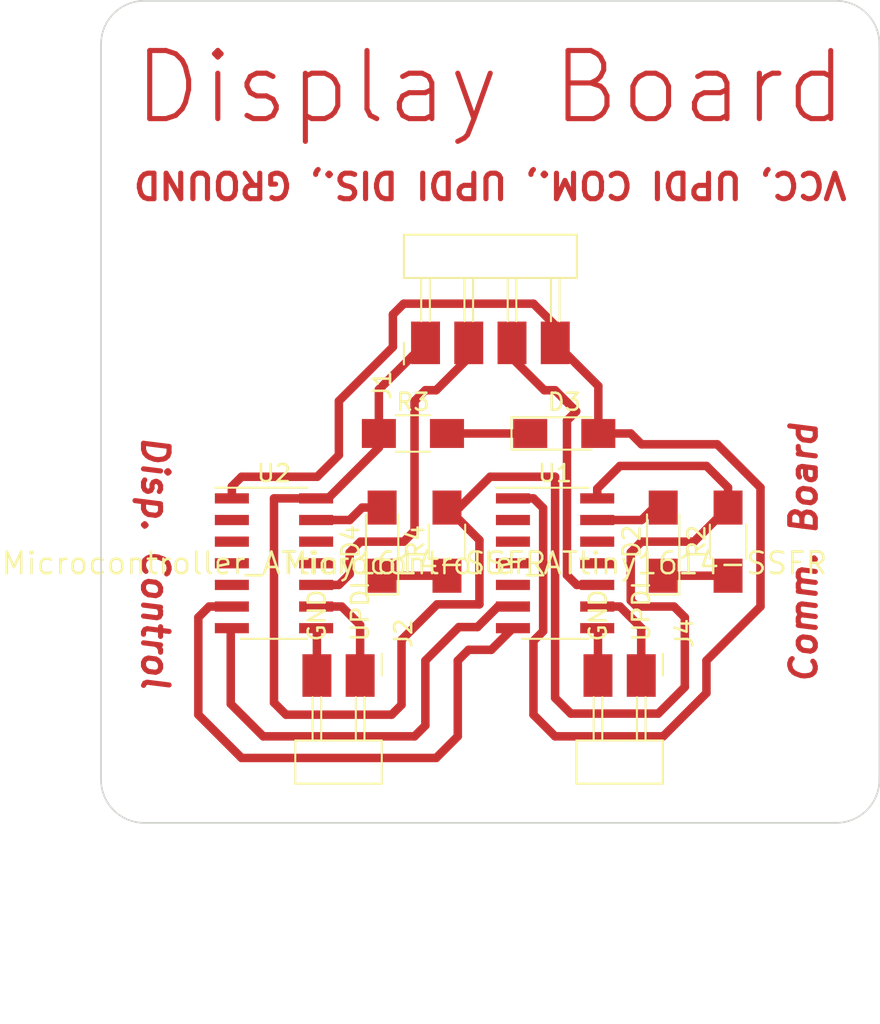
<source format=kicad_pcb>
(kicad_pcb (version 20211014) (generator pcbnew)
  (layers (0 "F.Cu" signal) (31 "B.Cu" signal) (34 "B.Paste" user) (35 "F.Paste" user) (36 "B.SilkS" user "B.Silkscreen") (37 "F.SilkS" user "F.Silkscreen") (38 "B.Mask" user) (39 "F.Mask" user) (44 "Edge.Cuts" user))
  (net 0 "")
  (net 1 "Net-(D3-Pad2)")
  (net 2 "Net-(D3-Pad1)")
  (net 3 "Net-(D4-Pad2)")
  (net 4 "Net-(D4-Pad1)")
  (net 5 "Net-(R2-Pad2)")
  (net 6 "Net-(U2-Pad10)")
  (net 11 "Net-(U1-Pad10)")
  (net 12 "Net-(J2-Pad1)")
  (net 15 "Net-(J2-Pad2)")
  (net 16 "Net-(D2-Pad2)")
  (net 17 "Net-(D2-Pad1)")
  (net 18 "Net-(U1-Pad6)")
  (net 19 "Net-(U1-Pad7)")
  (net 20 "Net-(J4-Pad1)")
  (net 27 "Net-(U1-Pad8)")
  (footprint "fab:SOIC-14_3.9x8.7mm_P1.27mm" (layer "F.Cu") (at 163.83 73.66)
    (fp_text reference "U1" (at 0 -5.28) (layer "F.SilkS"))
    (fp_text value "Microcontroller_ATtiny1614-SSFR" (at 0 0) (layer "F.SilkS") (effects (font (size 1.27 1.27))))
    (fp_line (start 0 -4.435) (end 1.95 -4.435) (layer "F.SilkS") (width 0.12))
    (fp_line (start 0 4.435) (end -1.95 4.435) (layer "F.SilkS") (width 0.12))
    (fp_line (start 0 4.435) (end 1.95 4.435) (layer "F.SilkS") (width 0.12))
    (fp_line (start 0 -4.435) (end -3.45 -4.435) (layer "F.SilkS") (width 0.12))
    (pad "1" smd rect (at -2.475 -3.81) (size 2 0.6) (layers "F.Cu" "F.Paste" "F.Mask") (net 1 "Net-(D3-Pad2)"))
    (pad "2" smd rect (at -2.475 -2.54) (size 2 0.6) (layers "F.Cu" "F.Paste" "F.Mask"))
    (pad "3" smd rect (at -2.475 -1.27) (size 2 0.6) (layers "F.Cu" "F.Paste" "F.Mask"))
    (pad "4" smd rect (at -2.475 0) (size 2 0.6) (layers "F.Cu" "F.Paste" "F.Mask"))
    (pad "5" smd rect (at -2.475 1.27) (size 2 0.6) (layers "F.Cu" "F.Paste" "F.Mask"))
    (pad "6" smd rect (at -2.475 2.54) (size 2 0.6) (layers "F.Cu" "F.Paste" "F.Mask") (net 18 "Net-(U1-Pad6)"))
    (pad "7" smd rect (at -2.475 3.81) (size 2 0.6) (layers "F.Cu" "F.Paste" "F.Mask") (net 19 "Net-(U1-Pad7)"))
    (pad "8" smd rect (at 2.475 3.81) (size 2 0.6) (layers "F.Cu" "F.Paste" "F.Mask") (net 27 "Net-(U1-Pad8)"))
    (pad "9" smd rect (at 2.475 2.54) (size 2 0.6) (layers "F.Cu" "F.Paste" "F.Mask") (net 20 "Net-(J4-Pad1)"))
    (pad "10" smd rect (at 2.475 1.27) (size 2 0.6) (layers "F.Cu" "F.Paste" "F.Mask") (net 11 "Net-(U1-Pad10)"))
    (pad "11" smd rect (at 2.475 0) (size 2 0.6) (layers "F.Cu" "F.Paste" "F.Mask"))
    (pad "12" smd rect (at 2.475 -1.27) (size 2 0.6) (layers "F.Cu" "F.Paste" "F.Mask"))
    (pad "13" smd rect (at 2.475 -2.54) (size 2 0.6) (layers "F.Cu" "F.Paste" "F.Mask") (net 16 "Net-(D2-Pad2)"))
    (pad "14" smd rect (at 2.475 -3.81) (size 2 0.6) (layers "F.Cu" "F.Paste" "F.Mask") (net 5 "Net-(R2-Pad2)"))
  )
  (footprint "fab:R_1206" (layer "F.Cu") (at 157.48 72.39 90)
    (fp_text reference "R4" (at 0 -1.85 90) (layer "F.SilkS"))
    (fp_text value "R")
    (fp_line (start -1 -1.07) (end 1 -1.07) (layer "F.SilkS") (width 0.12))
    (fp_line (start 1 1.07) (end -1 1.07) (layer "F.SilkS") (width 0.12))
    (pad "1" smd rect locked (at -2 0 90) (size 2 1.7) (layers "F.Cu" "F.Paste" "F.Mask") (net 4 "Net-(D4-Pad1)"))
    (pad "2" smd rect locked (at 2 0 90) (size 2 1.7) (layers "F.Cu" "F.Paste" "F.Mask") (net 5 "Net-(R2-Pad2)"))
  )
  (footprint "fab:PinHeader_UPDI_01x02_P2.54mm_Horizontal_SMD" (layer "F.Cu") (at 168.89 80.25 -90)
    (fp_text reference "J4" (at -1.524 -2.54 90) (layer "F.SilkS") (effects (justify left)))
    (fp_text value "Conn_PinHeader_1x02_P2.54mm_Horizontal_SMD")
    (fp_text user "UPDI" (at -1.905 0 90) (layer "F.SilkS") (effects (justify left)))
    (fp_text user "GND" (at -1.905 2.54 90) (layer "F.SilkS") (effects (justify left)))
    (fp_line (start 3.81 -1.27) (end 6.35 -1.27) (layer "F.SilkS") (width 0.12))
    (fp_line (start 6.35 -1.27) (end 6.35 3.81) (layer "F.SilkS") (width 0.12))
    (fp_line (start 6.35 3.81) (end 3.81 3.81) (layer "F.SilkS") (width 0.12))
    (fp_line (start -1.27 -1.27) (end 0 -1.27) (layer "F.SilkS") (width 0.12))
    (fp_line (start 3.81 2.286) (end 1.27 2.286) (layer "F.SilkS") (width 0.12))
    (fp_line (start 3.81 -0.254) (end 1.27 -0.254) (layer "F.SilkS") (width 0.12))
    (fp_line (start 3.81 0.254) (end 1.27 0.254) (layer "F.SilkS") (width 0.12))
    (fp_line (start 3.81 2.794) (end 1.27 2.794) (layer "F.SilkS") (width 0.12))
    (fp_line (start 3.81 3.81) (end 3.81 -1.27) (layer "F.SilkS") (width 0.12))
    (pad "1" smd rect locked (at 0 0 270) (size 2.5 1.7) (layers "F.Cu" "F.Paste" "F.Mask") (net 20 "Net-(J4-Pad1)"))
    (pad "2" smd rect locked (at 0 2.54 270) (size 2.5 1.7) (layers "F.Cu" "F.Paste" "F.Mask") (net 27 "Net-(U1-Pad8)"))
  )
  (footprint "fab:PinHeader_1x04_P2.54mm_Horizontal_SMD" (layer "F.Cu") (at 156.22 60.72 90)
    (fp_text reference "J1" (at -1.524 -2.54 90) (layer "F.SilkS") (effects (justify right)))
    (fp_text value "Conn_PinHeader_1x04_P2.54mm_Horizontal_SMD")
    (fp_line (start 6.35 -1.27) (end 6.35 8.89) (layer "F.SilkS") (width 0.12))
    (fp_line (start -1.27 -1.27) (end 0 -1.27) (layer "F.SilkS") (width 0.12))
    (fp_line (start 3.81 8.89) (end 3.81 -1.27) (layer "F.SilkS") (width 0.12))
    (fp_line (start 3.81 0.254) (end 1.27 0.254) (layer "F.SilkS") (width 0.12))
    (fp_line (start 3.81 7.874) (end 1.27 7.874) (layer "F.SilkS") (width 0.12))
    (fp_line (start 3.81 5.334) (end 1.27 5.334) (layer "F.SilkS") (width 0.12))
    (fp_line (start 3.81 2.286) (end 1.27 2.286) (layer "F.SilkS") (width 0.12))
    (fp_line (start 3.81 -0.254) (end 1.27 -0.254) (layer "F.SilkS") (width 0.12))
    (fp_line (start 3.81 4.826) (end 1.27 4.826) (layer "F.SilkS") (width 0.12))
    (fp_line (start 3.81 2.794) (end 1.27 2.794) (layer "F.SilkS") (width 0.12))
    (fp_line (start 3.81 7.366) (end 1.27 7.366) (layer "F.SilkS") (width 0.12))
    (fp_line (start 3.81 -1.27) (end 6.35 -1.27) (layer "F.SilkS") (width 0.12))
    (fp_line (start 6.35 8.89) (end 3.81 8.89) (layer "F.SilkS") (width 0.12))
    (pad "1" smd rect locked (at 0 0 90) (size 2.5 1.7) (layers "F.Cu" "F.Paste" "F.Mask") (net 5 "Net-(R2-Pad2)"))
    (pad "2" smd rect locked (at 0 2.54 90) (size 2.5 1.7) (layers "F.Cu" "F.Paste" "F.Mask") (net 6 "Net-(U2-Pad10)"))
    (pad "3" smd rect locked (at 0 5.08 90) (size 2.5 1.7) (layers "F.Cu" "F.Paste" "F.Mask") (net 11 "Net-(U1-Pad10)"))
    (pad "4" smd rect locked (at 0 7.62 90) (size 2.5 1.7) (layers "F.Cu" "F.Paste" "F.Mask") (net 1 "Net-(D3-Pad2)"))
  )
  (footprint "fab:PinHeader_UPDI_01x02_P2.54mm_Horizontal_SMD" (layer "F.Cu") (at 152.38 80.25 -90)
    (fp_text reference "J2" (at -1.524 -2.54 90) (layer "F.SilkS") (effects (justify left)))
    (fp_text value "Conn_PinHeader_1x02_P2.54mm_Horizontal_SMD")
    (fp_text user "UPDI" (at -1.905 0 90) (layer "F.SilkS") (effects (justify left)))
    (fp_text user "GND" (at -1.905 2.54 90) (layer "F.SilkS") (effects (justify left)))
    (fp_line (start 6.35 -1.27) (end 6.35 3.81) (layer "F.SilkS") (width 0.12))
    (fp_line (start 3.81 2.286) (end 1.27 2.286) (layer "F.SilkS") (width 0.12))
    (fp_line (start 3.81 2.794) (end 1.27 2.794) (layer "F.SilkS") (width 0.12))
    (fp_line (start 3.81 -1.27) (end 6.35 -1.27) (layer "F.SilkS") (width 0.12))
    (fp_line (start 3.81 -0.254) (end 1.27 -0.254) (layer "F.SilkS") (width 0.12))
    (fp_line (start 3.81 3.81) (end 3.81 -1.27) (layer "F.SilkS") (width 0.12))
    (fp_line (start 6.35 3.81) (end 3.81 3.81) (layer "F.SilkS") (width 0.12))
    (fp_line (start -1.27 -1.27) (end 0 -1.27) (layer "F.SilkS") (width 0.12))
    (fp_line (start 3.81 0.254) (end 1.27 0.254) (layer "F.SilkS") (width 0.12))
    (pad "1" smd rect locked (at 0 0 270) (size 2.5 1.7) (layers "F.Cu" "F.Paste" "F.Mask") (net 12 "Net-(J2-Pad1)"))
    (pad "2" smd rect locked (at 0 2.54 270) (size 2.5 1.7) (layers "F.Cu" "F.Paste" "F.Mask") (net 15 "Net-(J2-Pad2)"))
  )
  (footprint "fab:LED_1206" (layer "F.Cu") (at 153.67 72.39 90)
    (fp_text reference "D4" (at 0 -1.85 90) (layer "F.SilkS"))
    (fp_text value "LED")
    (fp_line (start -3.1 0.95) (end 1.6 0.95) (layer "F.SilkS") (width 0.12))
    (fp_line (start -3.1 -0.95) (end -3.1 0.95) (layer "F.SilkS") (width 0.12))
    (fp_line (start -3.1 -0.95) (end 1.6 -0.95) (layer "F.SilkS") (width 0.12))
    (pad "1" smd rect locked (at -2 0 90) (size 2 1.7) (layers "F.Cu" "F.Paste" "F.Mask") (net 4 "Net-(D4-Pad1)"))
    (pad "2" smd rect locked (at 2 0 90) (size 2 1.7) (layers "F.Cu" "F.Paste" "F.Mask") (net 3 "Net-(D4-Pad2)"))
  )
  (footprint "fab:R_1206" (layer "F.Cu") (at 155.48 66.04)
    (fp_text reference "R3" (at 0 -1.85) (layer "F.SilkS"))
    (fp_text value "R")
    (fp_line (start 1 1.07) (end -1 1.07) (layer "F.SilkS") (width 0.12))
    (fp_line (start -1 -1.07) (end 1 -1.07) (layer "F.SilkS") (width 0.12))
    (pad "1" smd rect locked (at -2 0) (size 2 1.7) (layers "F.Cu" "F.Paste" "F.Mask") (net 5 "Net-(R2-Pad2)"))
    (pad "2" smd rect locked (at 2 0) (size 2 1.7) (layers "F.Cu" "F.Paste" "F.Mask") (net 2 "Net-(D3-Pad1)"))
  )
  (footprint "fab:SOIC-14_3.9x8.7mm_P1.27mm" (layer "F.Cu") (at 147.32 73.66)
    (fp_text reference "U2" (at 0 -5.28) (layer "F.SilkS"))
    (fp_text value "Microcontroller_ATtiny1614-SSFR" (at 0 0) (layer "F.SilkS") (effects (font (size 1.27 1.27))))
    (fp_line (start 0 4.435) (end -1.95 4.435) (layer "F.SilkS") (width 0.12))
    (fp_line (start 0 4.435) (end 1.95 4.435) (layer "F.SilkS") (width 0.12))
    (fp_line (start 0 -4.435) (end 1.95 -4.435) (layer "F.SilkS") (width 0.12))
    (fp_line (start 0 -4.435) (end -3.45 -4.435) (layer "F.SilkS") (width 0.12))
    (pad "1" smd rect (at -2.475 -3.81) (size 2 0.6) (layers "F.Cu" "F.Paste" "F.Mask") (net 1 "Net-(D3-Pad2)"))
    (pad "2" smd rect (at -2.475 -2.54) (size 2 0.6) (layers "F.Cu" "F.Paste" "F.Mask"))
    (pad "3" smd rect (at -2.475 -1.27) (size 2 0.6) (layers "F.Cu" "F.Paste" "F.Mask"))
    (pad "4" smd rect (at -2.475 0) (size 2 0.6) (layers "F.Cu" "F.Paste" "F.Mask"))
    (pad "5" smd rect (at -2.475 1.27) (size 2 0.6) (layers "F.Cu" "F.Paste" "F.Mask"))
    (pad "6" smd rect (at -2.475 2.54) (size 2 0.6) (layers "F.Cu" "F.Paste" "F.Mask") (net 19 "Net-(U1-Pad7)"))
    (pad "7" smd rect (at -2.475 3.81) (size 2 0.6) (layers "F.Cu" "F.Paste" "F.Mask") (net 18 "Net-(U1-Pad6)"))
    (pad "8" smd rect (at 2.475 3.81) (size 2 0.6) (layers "F.Cu" "F.Paste" "F.Mask") (net 15 "Net-(J2-Pad2)"))
    (pad "9" smd rect (at 2.475 2.54) (size 2 0.6) (layers "F.Cu" "F.Paste" "F.Mask") (net 12 "Net-(J2-Pad1)"))
    (pad "10" smd rect (at 2.475 1.27) (size 2 0.6) (layers "F.Cu" "F.Paste" "F.Mask") (net 6 "Net-(U2-Pad10)"))
    (pad "11" smd rect (at 2.475 0) (size 2 0.6) (layers "F.Cu" "F.Paste" "F.Mask"))
    (pad "12" smd rect (at 2.475 -1.27) (size 2 0.6) (layers "F.Cu" "F.Paste" "F.Mask"))
    (pad "13" smd rect (at 2.475 -2.54) (size 2 0.6) (layers "F.Cu" "F.Paste" "F.Mask") (net 3 "Net-(D4-Pad2)"))
    (pad "14" smd rect (at 2.475 -3.81) (size 2 0.6) (layers "F.Cu" "F.Paste" "F.Mask") (net 5 "Net-(R2-Pad2)"))
  )
  (footprint "fab:R_1206" (layer "F.Cu") (at 173.99 72.39 90)
    (fp_text reference "R2" (at 0 -1.85 90) (layer "F.SilkS"))
    (fp_text value "R")
    (fp_line (start 1 1.07) (end -1 1.07) (layer "F.SilkS") (width 0.12))
    (fp_line (start -1 -1.07) (end 1 -1.07) (layer "F.SilkS") (width 0.12))
    (pad "1" smd rect locked (at -2 0 90) (size 2 1.7) (layers "F.Cu" "F.Paste" "F.Mask") (net 17 "Net-(D2-Pad1)"))
    (pad "2" smd rect locked (at 2 0 90) (size 2 1.7) (layers "F.Cu" "F.Paste" "F.Mask") (net 5 "Net-(R2-Pad2)"))
  )
  (footprint "fab:LED_1206" (layer "F.Cu") (at 164.37 66.04)
    (fp_text reference "D3" (at 0 -1.85) (layer "F.SilkS"))
    (fp_text value "LED")
    (fp_line (start -3.1 -0.95) (end 1.6 -0.95) (layer "F.SilkS") (width 0.12))
    (fp_line (start -3.1 0.95) (end 1.6 0.95) (layer "F.SilkS") (width 0.12))
    (fp_line (start -3.1 -0.95) (end -3.1 0.95) (layer "F.SilkS") (width 0.12))
    (pad "1" smd rect locked (at -2 0) (size 2 1.7) (layers "F.Cu" "F.Paste" "F.Mask") (net 2 "Net-(D3-Pad1)"))
    (pad "2" smd rect locked (at 2 0) (size 2 1.7) (layers "F.Cu" "F.Paste" "F.Mask") (net 1 "Net-(D3-Pad2)"))
  )
  (footprint "fab:LED_1206" (layer "F.Cu") (at 170.18 72.39 90)
    (fp_text reference "D2" (at 0 -1.85 90) (layer "F.SilkS"))
    (fp_text value "LED")
    (fp_line (start -3.1 -0.95) (end -3.1 0.95) (layer "F.SilkS") (width 0.12))
    (fp_line (start -3.1 0.95) (end 1.6 0.95) (layer "F.SilkS") (width 0.12))
    (fp_line (start -3.1 -0.95) (end 1.6 -0.95) (layer "F.SilkS") (width 0.12))
    (pad "1" smd rect locked (at -2 0 90) (size 2 1.7) (layers "F.Cu" "F.Paste" "F.Mask") (net 17 "Net-(D2-Pad1)"))
    (pad "2" smd rect locked (at 2 0 90) (size 2 1.7) (layers "F.Cu" "F.Paste" "F.Mask") (net 16 "Net-(D2-Pad2)"))
  )
  (gr_arc (start 137.16 43.18) (mid 137.903949 41.383949) (end 139.7 40.64) (layer "Edge.Cuts") (width 0.1))
  (gr_arc (start 182.88 86.36) (mid 182.136051 88.156051) (end 180.34 88.9) (layer "Edge.Cuts") (width 0.1))
  (gr_line (start 182.88 43.18) (end 182.88 86.36) (layer "Edge.Cuts") (width 0.1))
  (gr_arc (start 139.7 88.9) (mid 137.903949 88.156051) (end 137.16 86.36) (layer "Edge.Cuts") (width 0.1))
  (gr_arc (start 180.34 40.64) (mid 182.136051 41.383949) (end 182.88 43.18) (layer "Edge.Cuts") (width 0.1))
  (gr_line (start 137.16 86.36) (end 137.16 43.18) (layer "Edge.Cuts") (width 0.1))
  (gr_line (start 139.7 40.64) (end 180.34 40.64) (layer "Edge.Cuts") (width 0.1))
  (gr_line (start 137.16 43.18) (end 137.16 43.18) (layer "Edge.Cuts") (width 0.1))
  (gr_line (start 180.34 88.9) (end 139.7 88.9) (layer "Edge.Cuts") (width 0.1))
  (gr_text "VCC, UPDI COM., UPDI DIS., GROUND" (at 160.02 51.435 180) (layer "F.Cu") (effects (font (size 1.5 1.5) (thickness 0.3))))
  (gr_text "Display Board" (at 160.02 45.72) (layer "F.Cu") (effects (font (size 4 4) (thickness 0.3))))
  (gr_text "Comm. Board" (at 178.435 73.025 90) (layer "F.Cu") (effects (font (size 1.5 1.5) (thickness 0.3) italic)))
  (gr_text "Disp. Control" (at 140.335 73.66 270) (layer "F.Cu") (effects (font (size 1.5 1.5) (thickness 0.3) italic)))
  (segment (start 168.275 66.04) (end 166.37 66.04) (width 0.5) (layer "F.Cu") (net 1))
  (segment (start 151.13 64.135) (end 154.305 60.96) (width 0.5) (layer "F.Cu") (net 1))
  (segment (start 175.895 76.2) (end 175.895 69.215) (width 0.5) (layer "F.Cu") (net 1))
  (segment (start 154.305 59.055) (end 154.94 58.42) (width 0.5) (layer "F.Cu") (net 1))
  (segment (start 166.37 63.25) (end 163.84 60.72) (width 0.5) (layer "F.Cu") (net 1))
  (segment (start 162.56 58.42) (end 163.84 59.7) (width 0.5) (layer "F.Cu") (net 1))
  (segment (start 162.56 78.219511) (end 162.56 82.55) (width 0.5) (layer "F.Cu") (net 1))
  (segment (start 163.83 83.82) (end 170.18 83.82) (width 0.5) (layer "F.Cu") (net 1))
  (segment (start 170.18 83.82) (end 172.72 81.28) (width 0.5) (layer "F.Cu") (net 1))
  (segment (start 173.355 66.675) (end 168.91 66.675) (width 0.5) (layer "F.Cu") (net 1))
  (segment (start 144.845 69.85) (end 144.845 69.15) (width 0.5) (layer "F.Cu") (net 1))
  (segment (start 145.415 68.58) (end 149.86 68.58) (width 0.5) (layer "F.Cu") (net 1))
  (segment (start 144.845 69.15) (end 145.415 68.58) (width 0.5) (layer "F.Cu") (net 1))
  (segment (start 154.94 58.42) (end 162.56 58.42) (width 0.5) (layer "F.Cu") (net 1))
  (segment (start 161.355 69.85) (end 162.564752 69.85) (width 0.5) (layer "F.Cu") (net 1))
  (segment (start 163.13048 70.415728) (end 163.13048 77.649031) (width 0.5) (layer "F.Cu") (net 1))
  (segment (start 163.84 59.7) (end 163.84 60.72) (width 0.5) (layer "F.Cu") (net 1))
  (segment (start 166.37 66.04) (end 166.37 63.25) (width 0.5) (layer "F.Cu") (net 1))
  (segment (start 162.56 82.55) (end 163.83 83.82) (width 0.5) (layer "F.Cu") (net 1))
  (segment (start 172.72 79.375) (end 175.895 76.2) (width 0.5) (layer "F.Cu") (net 1))
  (segment (start 151.13 67.31) (end 151.13 64.135) (width 0.5) (layer "F.Cu") (net 1))
  (segment (start 162.564752 69.85) (end 163.13048 70.415728) (width 0.5) (layer "F.Cu") (net 1))
  (segment (start 168.91 66.675) (end 168.275 66.04) (width 0.5) (layer "F.Cu") (net 1))
  (segment (start 172.72 81.28) (end 172.72 79.375) (width 0.5) (layer "F.Cu") (net 1))
  (segment (start 149.86 68.58) (end 151.13 67.31) (width 0.5) (layer "F.Cu") (net 1))
  (segment (start 163.13048 77.649031) (end 162.56 78.219511) (width 0.5) (layer "F.Cu") (net 1))
  (segment (start 154.305 60.96) (end 154.305 59.055) (width 0.5) (layer "F.Cu") (net 1))
  (segment (start 175.895 69.215) (end 173.355 66.675) (width 0.5) (layer "F.Cu") (net 1))
  (segment (start 162.37 66.04) (end 157.48 66.04) (width 0.5) (layer "F.Cu") (net 2))
  (segment (start 151.765 71.12) (end 149.795 71.12) (width 0.5) (layer "F.Cu") (net 3))
  (segment (start 153.67 70.39) (end 152.495 70.39) (width 0.5) (layer "F.Cu") (net 3))
  (segment (start 152.495 70.39) (end 151.765 71.12) (width 0.5) (layer "F.Cu") (net 3))
  (segment (start 153.67 74.39) (end 157.48 74.39) (width 0.5) (layer "F.Cu") (net 4))
  (segment (start 156.9005 76.07096) (end 154.810962 78.160498) (width 0.5) (layer "F.Cu") (net 5))
  (segment (start 168.275 75.84573) (end 168.275 73.025) (width 0.5) (layer "F.Cu") (net 5))
  (segment (start 148.02854 82.55) (end 147.32 81.84146) (width 0.5) (layer "F.Cu") (net 5))
  (segment (start 154.23146 82.55) (end 148.02854 82.55) (width 0.5) (layer "F.Cu") (net 5))
  (segment (start 171.45 80.92573) (end 171.45 76.835) (width 0.5) (layer "F.Cu") (net 5))
  (segment (start 147.32 81.84146) (end 147.32 69.85) (width 0.5) (layer "F.Cu") (net 5))
  (segment (start 168.62927 76.2) (end 168.275 75.84573) (width 0.5) (layer "F.Cu") (net 5))
  (segment (start 173.99 70.39) (end 173.99 69.215) (width 0.5) (layer "F.Cu") (net 5))
  (segment (start 163.83 68.58) (end 163.83 81.56073) (width 0.5) (layer "F.Cu") (net 5))
  (segment (start 157.48 70.39) (end 159.385 72.295) (width 0.5) (layer "F.Cu") (net 5))
  (segment (start 154.810962 81.970498) (end 154.23146 82.55) (width 0.5) (layer "F.Cu") (net 5))
  (segment (start 166.305 69.28) (end 166.305 69.85) (width 0.5) (layer "F.Cu") (net 5))
  (segment (start 158.21 70.39) (end 160.02 68.58) (width 0.5) (layer "F.Cu") (net 5))
  (segment (start 160.02 68.58) (end 163.83 68.58) (width 0.5) (layer "F.Cu") (net 5))
  (segment (start 159.385 76.07096) (end 156.9005 76.07096) (width 0.5) (layer "F.Cu") (net 5))
  (segment (start 154.810962 78.160498) (end 154.810962 81.970498) (width 0.5) (layer "F.Cu") (net 5))
  (segment (start 173.99 69.215) (end 172.72 67.945) (width 0.5) (layer "F.Cu") (net 5))
  (segment (start 147.32 69.85) (end 149.795 69.85) (width 0.5) (layer "F.Cu") (net 5))
  (segment (start 153.48 66.04) (end 153.48 66.865) (width 0.5) (layer "F.Cu") (net 5))
  (segment (start 153.48 66.865) (end 150.495 69.85) (width 0.5) (layer "F.Cu") (net 5))
  (segment (start 159.385 72.295) (end 159.385 76.07096) (width 0.5) (layer "F.Cu") (net 5))
  (segment (start 164.75475 82.48548) (end 169.89025 82.48548) (width 0.5) (layer "F.Cu") (net 5))
  (segment (start 157.48 70.39) (end 158.21 70.39) (width 0.5) (layer "F.Cu") (net 5))
  (segment (start 167.64 67.945) (end 166.305 69.28) (width 0.5) (layer "F.Cu") (net 5))
  (segment (start 171.99 72.39) (end 173.99 70.39) (width 0.5) (layer "F.Cu") (net 5))
  (segment (start 150.495 69.85) (end 149.795 69.85) (width 0.5) (layer "F.Cu") (net 5))
  (segment (start 172.72 67.945) (end 167.64 67.945) (width 0.5) (layer "F.Cu") (net 5))
  (segment (start 171.45 76.835) (end 170.815 76.2) (width 0.5) (layer "F.Cu") (net 5))
  (segment (start 163.83 81.56073) (end 164.75475 82.48548) (width 0.5) (layer "F.Cu") (net 5))
  (segment (start 168.91 72.39) (end 171.99 72.39) (width 0.5) (layer "F.Cu") (net 5))
  (segment (start 153.48 63.46) (end 156.22 60.72) (width 0.5) (layer "F.Cu") (net 5))
  (segment (start 153.48 66.04) (end 153.48 63.46) (width 0.5) (layer "F.Cu") (net 5))
  (segment (start 169.89025 82.48548) (end 171.45 80.92573) (width 0.5) (layer "F.Cu") (net 5))
  (segment (start 168.275 73.025) (end 168.91 72.39) (width 0.5) (layer "F.Cu") (net 5))
  (segment (start 170.815 76.2) (end 168.62927 76.2) (width 0.5) (layer "F.Cu") (net 5))
  (segment (start 152.4 72.39) (end 151.765 73.025) (width 0.5) (layer "F.Cu") (net 6))
  (segment (start 156.845 63.5) (end 156.21 63.5) (width 0.5) (layer "F.Cu") (net 6))
  (segment (start 156.21 63.5) (end 155.575 64.135) (width 0.5) (layer "F.Cu") (net 6))
  (segment (start 151.765 74.295) (end 151.13 74.93) (width 0.5) (layer "F.Cu") (net 6))
  (segment (start 154.94 72.39) (end 152.4 72.39) (width 0.5) (layer "F.Cu") (net 6))
  (segment (start 151.13 74.93) (end 149.795 74.93) (width 0.5) (layer "F.Cu") (net 6))
  (segment (start 155.575 64.135) (end 155.575 71.755) (width 0.5) (layer "F.Cu") (net 6))
  (segment (start 158.76 60.72) (end 158.76 61.585) (width 0.5) (layer "F.Cu") (net 6))
  (segment (start 158.76 61.585) (end 156.845 63.5) (width 0.5) (layer "F.Cu") (net 6))
  (segment (start 155.575 71.755) (end 154.94 72.39) (width 0.5) (layer "F.Cu") (net 6))
  (segment (start 151.765 73.025) (end 151.765 74.295) (width 0.5) (layer "F.Cu") (net 6))
  (segment (start 165.1 74.93) (end 166.305 74.93) (width 0.5) (layer "F.Cu") (net 11))
  (segment (start 161.3 60.72) (end 161.3 61.605) (width 0.5) (layer "F.Cu") (net 11))
  (segment (start 163.83 63.5) (end 165.070489 64.740489) (width 0.5) (layer "F.Cu") (net 11))
  (segment (start 161.3 61.605) (end 163.195 63.5) (width 0.5) (layer "F.Cu") (net 11))
  (segment (start 165.070489 64.740489) (end 164.52952 65.281458) (width 0.5) (layer "F.Cu") (net 11))
  (segment (start 164.52952 65.281458) (end 164.52952 74.35952) (width 0.5) (layer "F.Cu") (net 11))
  (segment (start 163.195 63.5) (end 163.83 63.5) (width 0.5) (layer "F.Cu") (net 11))
  (segment (start 164.52952 74.35952) (end 165.1 74.93) (width 0.5) (layer "F.Cu") (net 11))
  (segment (start 151.295 76.2) (end 149.795 76.2) (width 0.5) (layer "F.Cu") (net 12))
  (segment (start 152.38 80.25) (end 152.38 77.285) (width 0.5) (layer "F.Cu") (net 12))
  (segment (start 152.38 77.285) (end 151.295 76.2) (width 0.5) (layer "F.Cu") (net 12))
  (segment (start 149.84 77.515) (end 149.795 77.47) (width 0.5) (layer "F.Cu") (net 15))
  (segment (start 149.84 80.25) (end 149.84 77.515) (width 0.5) (layer "F.Cu") (net 15))
  (segment (start 170.18 70.39) (end 169.64 70.39) (width 0.5) (layer "F.Cu") (net 16))
  (segment (start 169.64 70.39) (end 168.91 71.12) (width 0.5) (layer "F.Cu") (net 16))
  (segment (start 168.91 71.12) (end 166.305 71.12) (width 0.5) (layer "F.Cu") (net 16))
  (segment (start 170.18 74.39) (end 173.99 74.39) (width 0.5) (layer "F.Cu") (net 17))
  (segment (start 158.17952 77.40548) (end 159.270489 77.40548) (width 0.5) (layer "F.Cu") (net 18))
  (segment (start 156.21 79.375) (end 158.17952 77.40548) (width 0.5) (layer "F.Cu") (net 18))
  (segment (start 146.685 83.82) (end 155.575 83.82) (width 0.5) (layer "F.Cu") (net 18))
  (segment (start 159.270489 77.40548) (end 160.475969 76.2) (width 0.5) (layer "F.Cu") (net 18))
  (segment (start 160.475969 76.2) (end 161.355 76.2) (width 0.5) (layer "F.Cu") (net 18))
  (segment (start 144.78 77.535) (end 144.78 81.915) (width 0.5) (layer "F.Cu") (net 18))
  (segment (start 144.845 77.47) (end 144.78 77.535) (width 0.5) (layer "F.Cu") (net 18))
  (segment (start 144.78 81.915) (end 146.685 83.82) (width 0.5) (layer "F.Cu") (net 18))
  (segment (start 156.21 83.185) (end 156.21 79.375) (width 0.5) (layer "F.Cu") (net 18))
  (segment (start 155.575 83.82) (end 156.21 83.185) (width 0.5) (layer "F.Cu") (net 18))
  (segment (start 143.51 76.2) (end 142.875 76.835) (width 0.5) (layer "F.Cu") (net 19))
  (segment (start 142.875 76.835) (end 142.875 82.55) (width 0.5) (layer "F.Cu") (net 19))
  (segment (start 142.875 82.55) (end 145.415 85.09) (width 0.5) (layer "F.Cu") (net 19))
  (segment (start 160.085 78.74) (end 161.355 77.47) (width 0.5) (layer "F.Cu") (net 19))
  (segment (start 158.115 79.375) (end 158.75 78.74) (width 0.5) (layer "F.Cu") (net 19))
  (segment (start 158.115 83.82) (end 158.115 79.375) (width 0.5) (layer "F.Cu") (net 19))
  (segment (start 145.415 85.09) (end 156.845 85.09) (width 0.5) (layer "F.Cu") (net 19))
  (segment (start 156.845 85.09) (end 158.115 83.82) (width 0.5) (layer "F.Cu") (net 19))
  (segment (start 144.845 76.2) (end 143.51 76.2) (width 0.5) (layer "F.Cu") (net 19))
  (segment (start 158.75 78.74) (end 160.085 78.74) (width 0.5) (layer "F.Cu") (net 19))
  (segment (start 168.89 80.25) (end 168.89 77.49) (width 0.5) (layer "F.Cu") (net 20))
  (segment (start 168.89 77.49) (end 168.91 77.47) (width 0.5) (layer "F.Cu") (net 20))
  (segment (start 167.64 76.2) (end 166.305 76.2) (width 0.5) (layer "F.Cu") (net 20))
  (segment (start 168.91 77.47) (end 167.64 76.2) (width 0.5) (layer "F.Cu") (net 20))
  (segment (start 166.35 80.25) (end 166.35 77.49) (width 0.5) (layer "F.Cu") (net 27))
  (segment (start 166.35 77.49) (end 166.37 77.47) (width 0.5) (layer "F.Cu") (net 27))
  (segment (start 166.37 77.47) (end 166.305 77.47) (width 0.5) (layer "F.Cu") (net 27))
)
</source>
